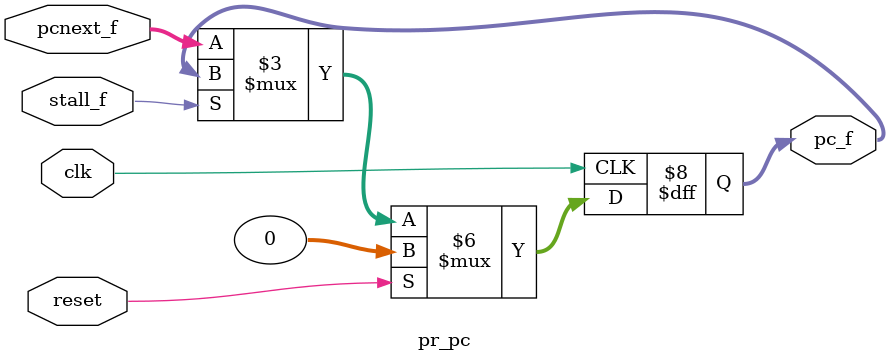
<source format=sv>
module pr_pc(
  input logic clk, reset, stall_f,
  input logic [31:0] pcnext_f,
  output logic [31:0] pc_f
  );

  always_ff @(posedge clk)
    if (reset) pc_f <= '0;
    else if (!stall_f) pc_f <= pcnext_f;

endmodule: pr_pc    

</source>
